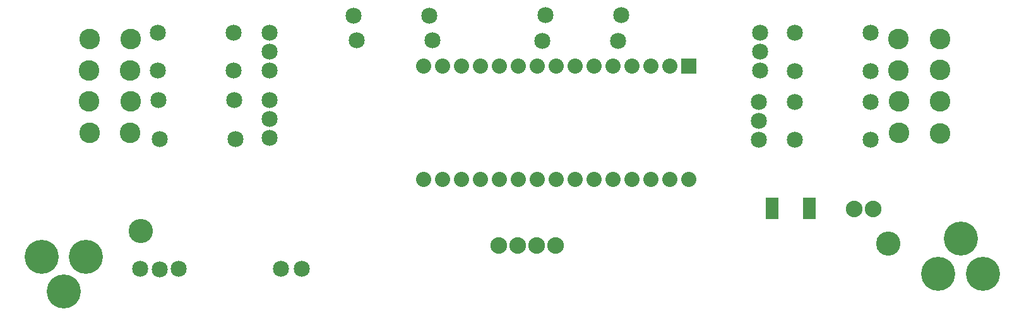
<source format=gts>
G04 MADE WITH FRITZING*
G04 WWW.FRITZING.ORG*
G04 DOUBLE SIDED*
G04 HOLES PLATED*
G04 CONTOUR ON CENTER OF CONTOUR VECTOR*
%ASAXBY*%
%FSLAX23Y23*%
%MOIN*%
%OFA0B0*%
%SFA1.0B1.0*%
%ADD10C,0.128110*%
%ADD11C,0.109055*%
%ADD12C,0.080000*%
%ADD13C,0.085000*%
%ADD14C,0.088000*%
%ADD15C,0.180000*%
%ADD16R,0.080000X0.079972*%
%ADD17R,0.069055X0.116299*%
%ADD18R,0.001000X0.001000*%
%LNMASK1*%
G90*
G70*
G54D10*
X656Y465D03*
X4604Y398D03*
G54D11*
X388Y1484D03*
G54D12*
X3550Y1341D03*
X3450Y1341D03*
X3350Y1341D03*
X3250Y1341D03*
X3150Y1341D03*
X3050Y1341D03*
X2950Y1341D03*
X2850Y1341D03*
X2750Y1341D03*
X2650Y1341D03*
X2550Y1341D03*
X2450Y1341D03*
X2350Y1341D03*
X2250Y1341D03*
X2150Y1341D03*
X3550Y741D03*
X3450Y741D03*
X3350Y741D03*
X3250Y741D03*
X3150Y741D03*
X3050Y741D03*
X2950Y741D03*
X2850Y741D03*
X2750Y741D03*
X2650Y741D03*
X2550Y741D03*
X2450Y741D03*
X2350Y741D03*
X2250Y741D03*
X2150Y741D03*
G54D11*
X4876Y1318D03*
X4876Y1153D03*
G54D13*
X1338Y1516D03*
X1338Y1416D03*
X1338Y1316D03*
X1337Y958D03*
X1337Y1058D03*
X1337Y1158D03*
X3921Y949D03*
X3921Y1049D03*
X3921Y1149D03*
X3927Y1516D03*
X3927Y1416D03*
X3927Y1316D03*
X3195Y1608D03*
X2795Y1608D03*
X3178Y1473D03*
X2778Y1473D03*
X1798Y1477D03*
X2198Y1477D03*
X1781Y1605D03*
X2181Y1605D03*
G54D11*
X4877Y1483D03*
X604Y1482D03*
X4658Y1482D03*
X385Y1152D03*
X4660Y987D03*
X602Y986D03*
X385Y1316D03*
X4658Y1317D03*
X4662Y1152D03*
X603Y1153D03*
X601Y1317D03*
X388Y986D03*
X4876Y984D03*
G54D13*
X4510Y1313D03*
X4110Y1313D03*
X4512Y1148D03*
X4112Y1148D03*
X749Y1316D03*
X1149Y1316D03*
X752Y1158D03*
X1152Y1158D03*
G54D14*
X4423Y584D03*
X4523Y584D03*
X2546Y390D03*
X2646Y390D03*
X2746Y390D03*
X2846Y390D03*
G54D13*
X759Y264D03*
X1509Y266D03*
X857Y265D03*
X1399Y266D03*
X655Y265D03*
G54D15*
X4868Y241D03*
X5104Y241D03*
X4986Y426D03*
X4868Y241D03*
X5104Y241D03*
X4986Y426D03*
X369Y331D03*
X133Y331D03*
X251Y146D03*
X369Y331D03*
X133Y331D03*
X251Y146D03*
G54D13*
X4111Y1515D03*
X4511Y1515D03*
X1149Y1517D03*
X749Y1517D03*
X1157Y954D03*
X757Y954D03*
X4112Y949D03*
X4512Y949D03*
G54D16*
X3550Y1341D03*
G54D17*
X3991Y587D03*
X4188Y587D03*
G54D18*
D02*
G04 End of Mask1*
M02*
</source>
